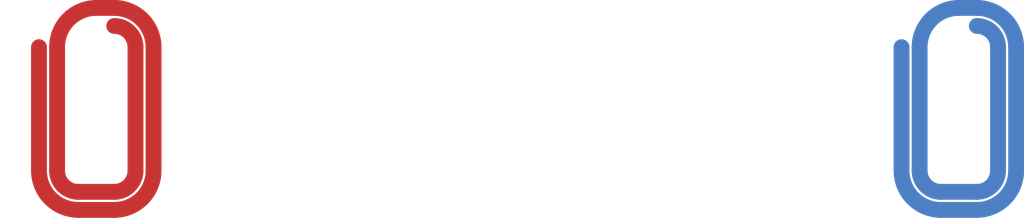
<source format=kicad_pcb>

(kicad_pcb
	(version 20241229)
	(generator "pcbnew")
	(generator_version "9.0")
	(general
		(thickness 1.6)
		(legacy_teardrops no)
	)
	(paper "A4")
	(layers
		(0 "F.Cu" signal)
		(4 "In1.Cu" signal)
		(6 "In2.Cu" signal)
		(2 "B.Cu" signal)
		(9 "F.Adhes" user "F.Adhesive")
		(11 "B.Adhes" user "B.Adhesive")
		(13 "F.Paste" user)
		(15 "B.Paste" user)
		(5 "F.SilkS" user "F.Silkscreen")
		(7 "B.SilkS" user "B.Silkscreen")
		(1 "F.Mask" user)
		(3 "B.Mask" user)
		(17 "Dwgs.User" user "User.Drawings")
		(19 "Cmts.User" user "User.Comments")
		(21 "Eco1.User" user "User.Eco1")
		(23 "Eco2.User" user "User.Eco2")
		(25 "Edge.Cuts" user)
		(27 "Margin" user)
		(31 "F.CrtYd" user "F.Courtyard")
		(29 "B.CrtYd" user "B.Courtyard")
		(35 "F.Fab" user)
		(33 "B.Fab" user)
		(39 "User.1" user)
		(41 "User.2" user)
		(43 "User.3" user)
		(45 "User.4" user)
	)
	(setup
		(stackup
			(layer "F.SilkS"
				(type "Top Silk Screen")
			)
			(layer "F.Paste"
				(type "Top Solder Paste")
			)
			(layer "F.Mask"
				(type "Top Solder Mask")
				(thickness 0.01)
			)
			(layer "F.Cu"
				(type "copper")
				(thickness 0.035)
			)
			(layer "dielectric 1"
				(type "prepreg")
				(thickness 0.1)
				(material "FR4")
				(epsilon_r 4.5)
				(loss_tangent 0.02)
			)
			(layer "In1.Cu"
				(type "copper")
				(thickness 0.035)
			)
			(layer "dielectric 2"
				(type "core")
				(thickness 1.24)
				(material "FR4")
				(epsilon_r 4.5)
				(loss_tangent 0.02)
			)
			(layer "In2.Cu"
				(type "copper")
				(thickness 0.035)
			)
			(layer "dielectric 3"
				(type "prepreg")
				(thickness 0.1)
				(material "FR4")
				(epsilon_r 4.5)
				(loss_tangent 0.02)
			)
			(layer "B.Cu"
				(type "copper")
				(thickness 0.035)
			)
			(layer "B.Mask"
				(type "Bottom Solder Mask")
				(thickness 0.01)
			)
			(layer "B.Paste"
				(type "Bottom Solder Paste")
			)
			(layer "B.SilkS"
				(type "Bottom Silk Screen")
			)
			(copper_finish "None")
			(dielectric_constraints no)
		)
        )






	(gr_rect
		(start 0 0)
		(end   43.2 27.9)
		(stroke (width 0.2) (type solid))
		(fill no)
		(layer "F.Fab")
	)

	(gr_line
		(start 3.900000000000002 0)
		(end 3.900000000000002 27.9)
		(stroke
			(width 0.2)
			(type default)
		)
		(layer F.Fab)
	)

	(gr_line
		(start 17.55 0)
		(end 17.55 27.9)
		(stroke
			(width 0.2)
			(type default)
		)
		(layer F.Fab)
	)

	(gr_line
		(start 25.650000000000002 0)
		(end 25.650000000000002 27.9)
		(stroke
			(width 0.2)
			(type default)
		)
		(layer F.Fab)
	)

	(gr_line
		(start 39.3 0)
		(end 39.3 27.9)
		(stroke
			(width 0.2)
			(type default)
		)
		(layer F.Fab)
	)

	(gr_arc
		(start 8.687500000000002 27.9)
		(mid 11.283266151734225 34.16673384826577)
		(end 17.55 36.7625)
		(stroke
			(width 3.5749999999999993)
			(type solid)
		)
		(layer "F.Cu")
	)

	(gr_arc
		(start 25.650000000000002 36.7625)
		(mid 31.916733848265775 34.16673384826577)
		(end 34.512499999999996 27.9)
		(stroke
			(width 3.5749999999999993)
			(type solid)
		)
		(layer "F.Cu")
	)

	(gr_arc
		(start 34.512499999999996 0)
		(mid 31.916733848265775 -6.266733848265775)
		(end 25.650000000000002 -8.862499999999999)
		(stroke
			(width 3.5749999999999993)
			(type solid)
		)
		(layer "F.Cu")
	)

	(gr_line
		(start 8.687500000000002 0)
		(end 8.687500000000002 27.9)
		(stroke
			(width 3.5749999999999993)
			(type default)
		)
		(layer F.Cu)
	)

	(gr_line
		(start 17.55 36.7625)
		(end 25.650000000000002 36.7625)
		(stroke
			(width 3.5749999999999993)
			(type default)
		)
		(layer F.Cu)
	)

	(gr_line
		(start 34.512499999999996 27.9)
		(end 34.512499999999996 0)
		(stroke
			(width 3.5749999999999993)
			(type default)
		)
		(layer F.Cu)
	)

	(gr_line
		(start 25.650000000000002 -8.862499999999999)
		(end 21.625 -8.862499999999999)
		(stroke
			(width 3.5749999999999993)
			(type default)
		)
		(layer F.Cu)
	)

	(gr_arc
		(start 12.762500000000001 27.9)
		(mid 14.164726285069403 31.285273714930597)
		(end 17.55 32.6875)
		(stroke
			(width 3.5749999999999993)
			(type solid)
		)
		(layer "F.Cu")
	)

	(gr_arc
		(start 25.650000000000002 32.6875)
		(mid 29.035273714930597 31.285273714930593)
		(end 30.437499999999996 27.9)
		(stroke
			(width 3.5749999999999993)
			(type solid)
		)
		(layer "F.Cu")
	)

	(gr_arc
		(start 30.437499999999996 0)
		(mid 29.035273714930597 -3.3852737149305945)
		(end 25.650000000000002 -4.7875)
		(stroke
			(width 3.5749999999999993)
			(type solid)
		)
		(layer "F.Cu")
	)

	(gr_line
		(start 12.762500000000001 0)
		(end 12.762500000000001 27.9)
		(stroke
			(width 3.5749999999999993)
			(type default)
		)
		(layer F.Cu)
	)

	(gr_line
		(start 17.55 32.6875)
		(end 25.650000000000002 32.6875)
		(stroke
			(width 3.5749999999999993)
			(type default)
		)
		(layer F.Cu)
	)

	(gr_line
		(start 30.437499999999996 27.9)
		(end 30.437499999999996 0)
		(stroke
			(width 3.5749999999999993)
			(type default)
		)
		(layer F.Cu)
	)

	(gr_arc
		(start 21.625 -8.862499999999999)
		(mid 15.358266151734224 -6.266733848265776)
		(end 12.762500000000001 0)
		(stroke
			(width 3.5749999999999993)
			(type solid)
		)
		(layer "F.Cu")
	)

	(gr_arc
		(start 73.48750000000001 27.9)
		(mid 76.08326615173424 34.16673384826577)
		(end 82.35000000000001 36.7625)
		(stroke
			(width 3.5749999999999993)
			(type solid)
		)
		(layer "In1.Cu")
	)

	(gr_arc
		(start 90.45000000000002 36.7625)
		(mid 96.71673384826579 34.16673384826577)
		(end 99.3125 27.9)
		(stroke
			(width 3.5749999999999993)
			(type solid)
		)
		(layer "In1.Cu")
	)

	(gr_arc
		(start 99.3125 0)
		(mid 96.71673384826579 -6.266733848265773)
		(end 90.45000000000002 -8.862499999999999)
		(stroke
			(width 3.5749999999999993)
			(type solid)
		)
		(layer "In1.Cu")
	)

	(gr_line
		(start 73.48750000000001 0)
		(end 73.48750000000001 27.9)
		(stroke
			(width 3.5749999999999993)
			(type default)
		)
		(layer In1.Cu)
	)

	(gr_line
		(start 82.35000000000001 36.7625)
		(end 90.45000000000002 36.7625)
		(stroke
			(width 3.5749999999999993)
			(type default)
		)
		(layer In1.Cu)
	)

	(gr_line
		(start 99.3125 27.9)
		(end 99.3125 0)
		(stroke
			(width 3.5749999999999993)
			(type default)
		)
		(layer In1.Cu)
	)

	(gr_line
		(start 90.45000000000002 -8.862499999999999)
		(end 86.42500000000001 -8.862499999999999)
		(stroke
			(width 3.5749999999999993)
			(type default)
		)
		(layer In1.Cu)
	)

	(gr_arc
		(start 77.56250000000001 27.9)
		(mid 78.96472628506942 31.285273714930593)
		(end 82.35000000000001 32.6875)
		(stroke
			(width 3.5749999999999993)
			(type solid)
		)
		(layer "In1.Cu")
	)

	(gr_arc
		(start 90.45000000000002 32.6875)
		(mid 93.8352737149306 31.28527371493059)
		(end 95.2375 27.9)
		(stroke
			(width 3.5749999999999993)
			(type solid)
		)
		(layer "In1.Cu")
	)

	(gr_arc
		(start 95.2375 0)
		(mid 93.8352737149306 -3.385273714930592)
		(end 90.45000000000002 -4.7875)
		(stroke
			(width 3.5749999999999993)
			(type solid)
		)
		(layer "In1.Cu")
	)

	(gr_line
		(start 77.56250000000001 0)
		(end 77.56250000000001 27.9)
		(stroke
			(width 3.5749999999999993)
			(type default)
		)
		(layer In1.Cu)
	)

	(gr_line
		(start 82.35000000000001 32.6875)
		(end 90.45000000000002 32.6875)
		(stroke
			(width 3.5749999999999993)
			(type default)
		)
		(layer In1.Cu)
	)

	(gr_line
		(start 95.2375 27.9)
		(end 95.2375 0)
		(stroke
			(width 3.5749999999999993)
			(type default)
		)
		(layer In1.Cu)
	)

	(gr_arc
		(start 86.42500000000001 -8.862499999999999)
		(mid 80.15826615173422 -6.266733848265776)
		(end 77.56250000000001 0)
		(stroke
			(width 3.5749999999999993)
			(type solid)
		)
		(layer "In1.Cu")
	)

	(gr_arc
		(start 138.28750000000002 27.9)
		(mid 140.88326615173426 34.16673384826578)
		(end 147.15000000000003 36.7625)
		(stroke
			(width 3.5749999999999993)
			(type solid)
		)
		(layer "In2.Cu")
	)

	(gr_arc
		(start 155.25000000000003 36.7625)
		(mid 161.5167338482658 34.16673384826577)
		(end 164.1125 27.9)
		(stroke
			(width 3.5749999999999993)
			(type solid)
		)
		(layer "In2.Cu")
	)

	(gr_arc
		(start 164.1125 0)
		(mid 161.5167338482658 -6.266733848265773)
		(end 155.25000000000003 -8.862499999999999)
		(stroke
			(width 3.5749999999999993)
			(type solid)
		)
		(layer "In2.Cu")
	)

	(gr_line
		(start 138.28750000000002 0)
		(end 138.28750000000002 27.9)
		(stroke
			(width 3.5749999999999993)
			(type default)
		)
		(layer In2.Cu)
	)

	(gr_line
		(start 147.15000000000003 36.7625)
		(end 155.25000000000003 36.7625)
		(stroke
			(width 3.5749999999999993)
			(type default)
		)
		(layer In2.Cu)
	)

	(gr_line
		(start 164.1125 27.9)
		(end 164.1125 0)
		(stroke
			(width 3.5749999999999993)
			(type default)
		)
		(layer In2.Cu)
	)

	(gr_line
		(start 155.25000000000003 -8.862499999999999)
		(end 151.22500000000002 -8.862499999999999)
		(stroke
			(width 3.5749999999999993)
			(type default)
		)
		(layer In2.Cu)
	)

	(gr_arc
		(start 142.3625 27.9)
		(mid 143.76472628506943 31.2852737149306)
		(end 147.15000000000003 32.6875)
		(stroke
			(width 3.5749999999999993)
			(type solid)
		)
		(layer "In2.Cu")
	)

	(gr_arc
		(start 155.25000000000003 32.6875)
		(mid 158.6352737149306 31.285273714930593)
		(end 160.03750000000002 27.9)
		(stroke
			(width 3.5749999999999993)
			(type solid)
		)
		(layer "In2.Cu")
	)

	(gr_arc
		(start 160.03750000000002 0)
		(mid 158.6352737149306 -3.3852737149305945)
		(end 155.25000000000003 -4.7875)
		(stroke
			(width 3.5749999999999993)
			(type solid)
		)
		(layer "In2.Cu")
	)

	(gr_line
		(start 142.3625 0)
		(end 142.3625 27.9)
		(stroke
			(width 3.5749999999999993)
			(type default)
		)
		(layer In2.Cu)
	)

	(gr_line
		(start 147.15000000000003 32.6875)
		(end 155.25000000000003 32.6875)
		(stroke
			(width 3.5749999999999993)
			(type default)
		)
		(layer In2.Cu)
	)

	(gr_line
		(start 160.03750000000002 27.9)
		(end 160.03750000000002 0)
		(stroke
			(width 3.5749999999999993)
			(type default)
		)
		(layer In2.Cu)
	)

	(gr_arc
		(start 151.22500000000002 -8.862499999999999)
		(mid 144.95826615173425 -6.266733848265778)
		(end 142.3625 0)
		(stroke
			(width 3.5749999999999993)
			(type solid)
		)
		(layer "In2.Cu")
	)

	(gr_arc
		(start 203.08750000000003 27.9)
		(mid 205.68326615173427 34.16673384826578)
		(end 211.95000000000005 36.7625)
		(stroke
			(width 3.5749999999999993)
			(type solid)
		)
		(layer "B.Cu")
	)

	(gr_arc
		(start 220.05000000000004 36.7625)
		(mid 226.3167338482658 34.16673384826577)
		(end 228.91250000000002 27.9)
		(stroke
			(width 3.5749999999999993)
			(type solid)
		)
		(layer "B.Cu")
	)

	(gr_arc
		(start 228.91250000000002 0)
		(mid 226.3167338482658 -6.266733848265773)
		(end 220.05000000000004 -8.862499999999999)
		(stroke
			(width 3.5749999999999993)
			(type solid)
		)
		(layer "B.Cu")
	)

	(gr_line
		(start 203.08750000000003 0)
		(end 203.08750000000003 27.9)
		(stroke
			(width 3.5749999999999993)
			(type default)
		)
		(layer B.Cu)
	)

	(gr_line
		(start 211.95000000000005 36.7625)
		(end 220.05000000000004 36.7625)
		(stroke
			(width 3.5749999999999993)
			(type default)
		)
		(layer B.Cu)
	)

	(gr_line
		(start 228.91250000000002 27.9)
		(end 228.91250000000002 0)
		(stroke
			(width 3.5749999999999993)
			(type default)
		)
		(layer B.Cu)
	)

	(gr_line
		(start 220.05000000000004 -8.862499999999999)
		(end 216.02500000000003 -8.862499999999999)
		(stroke
			(width 3.5749999999999993)
			(type default)
		)
		(layer B.Cu)
	)

	(gr_arc
		(start 207.16250000000002 27.9)
		(mid 208.56472628506944 31.2852737149306)
		(end 211.95000000000005 32.6875)
		(stroke
			(width 3.5749999999999993)
			(type solid)
		)
		(layer "B.Cu")
	)

	(gr_arc
		(start 220.05000000000004 32.6875)
		(mid 223.43527371493062 31.285273714930593)
		(end 224.83750000000003 27.9)
		(stroke
			(width 3.5749999999999993)
			(type solid)
		)
		(layer "B.Cu")
	)

	(gr_arc
		(start 224.83750000000003 0)
		(mid 223.43527371493062 -3.3852737149305945)
		(end 220.05000000000004 -4.7875)
		(stroke
			(width 3.5749999999999993)
			(type solid)
		)
		(layer "B.Cu")
	)

	(gr_line
		(start 207.16250000000002 0)
		(end 207.16250000000002 27.9)
		(stroke
			(width 3.5749999999999993)
			(type default)
		)
		(layer B.Cu)
	)

	(gr_line
		(start 211.95000000000005 32.6875)
		(end 220.05000000000004 32.6875)
		(stroke
			(width 3.5749999999999993)
			(type default)
		)
		(layer B.Cu)
	)

	(gr_line
		(start 224.83750000000003 27.9)
		(end 224.83750000000003 0)
		(stroke
			(width 3.5749999999999993)
			(type default)
		)
		(layer B.Cu)
	)

	(gr_arc
		(start 216.02500000000003 -8.862499999999999)
		(mid 209.75826615173426 -6.266733848265778)
		(end 207.16250000000002 0)
		(stroke
			(width 3.5749999999999993)
			(type solid)
		)
		(layer "B.Cu")
	)

)
</source>
